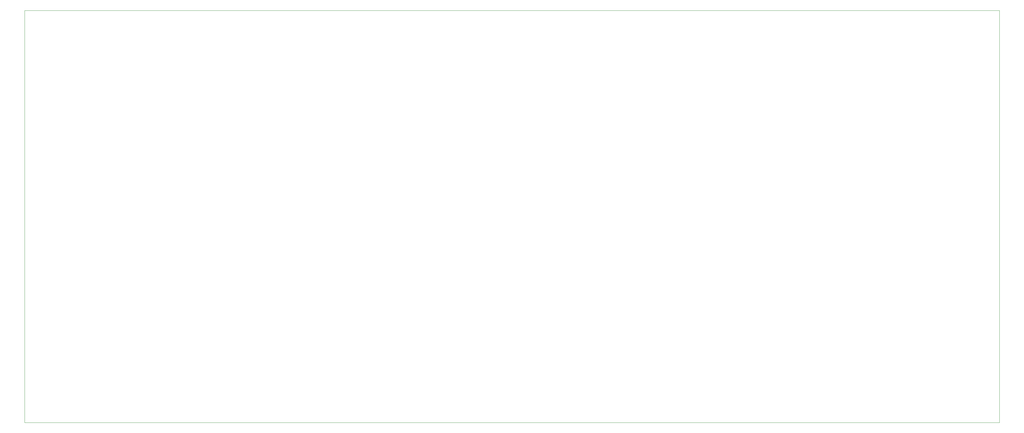
<source format=gbr>
%TF.GenerationSoftware,KiCad,Pcbnew,9.0.0*%
%TF.CreationDate,2025-06-14T23:29:26+05:30*%
%TF.ProjectId,keyboard,6b657962-6f61-4726-942e-6b696361645f,rev?*%
%TF.SameCoordinates,Original*%
%TF.FileFunction,Profile,NP*%
%FSLAX46Y46*%
G04 Gerber Fmt 4.6, Leading zero omitted, Abs format (unit mm)*
G04 Created by KiCad (PCBNEW 9.0.0) date 2025-06-14 23:29:26*
%MOMM*%
%LPD*%
G01*
G04 APERTURE LIST*
%TA.AperFunction,Profile*%
%ADD10C,0.050000*%
%TD*%
G04 APERTURE END LIST*
D10*
X10000000Y-17500000D02*
X302000000Y-17500000D01*
X302000000Y-141000000D01*
X10000000Y-141000000D01*
X10000000Y-17500000D01*
M02*

</source>
